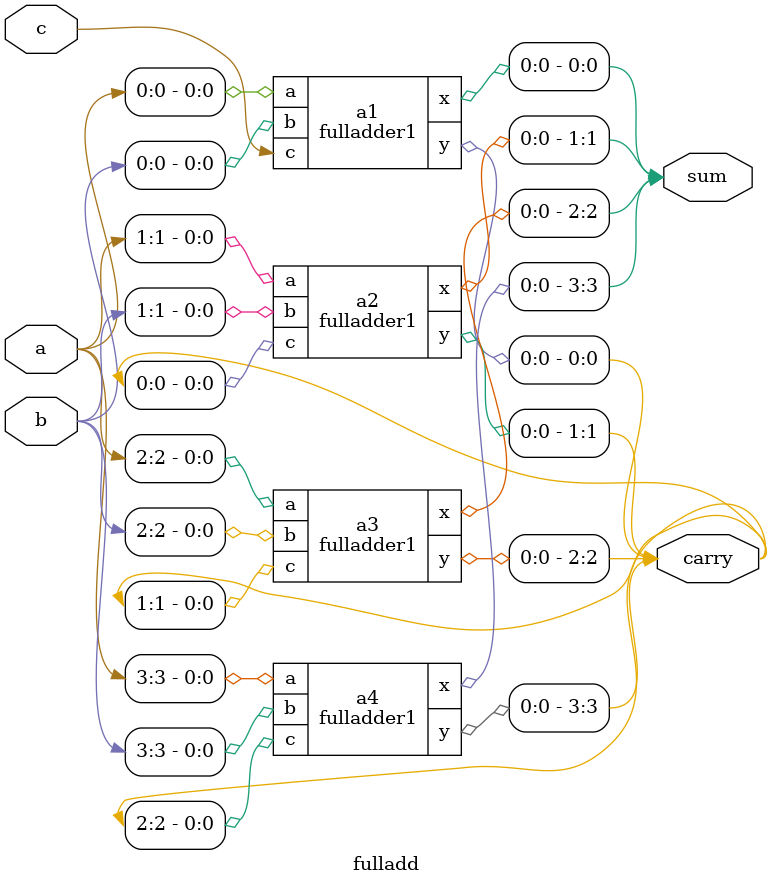
<source format=v>
module fulladder1(input wire a,b,c,output wire x,y);
    assign x=((a^b)^c);
    assign y=(((a^b)&c)|(a&b));
endmodule

module fulladd(a,b,c,sum,carry);
    input wire [3:0]a,b;
    input wire c;
    output wire [3:0]sum,carry;
    fulladder1 a1(a[0],b[0],c,sum[0],carry[0]);
    fulladder1 a2(a[1],b[1],carry[0],sum[1],carry[1]);
    fulladder1 a3(a[2],b[2],carry[1],sum[2],carry[2]);
    fulladder1 a4(a[3],b[3],carry[2],sum[3],carry[3]);
endmodule

</source>
